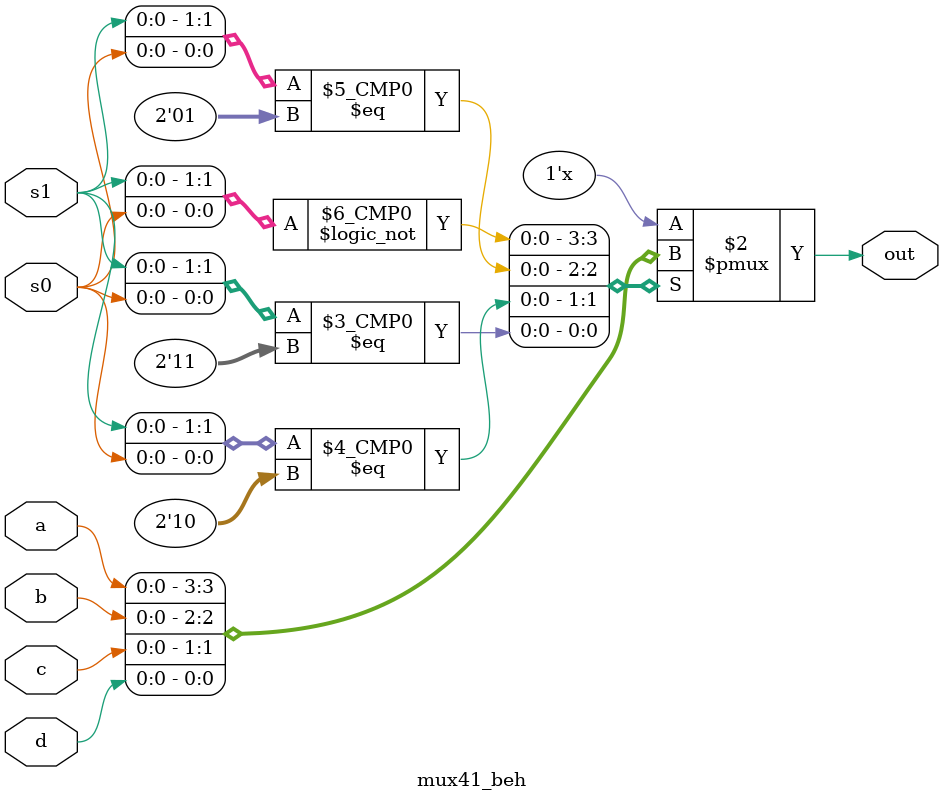
<source format=v>
module mux41_beh(input a,b,c,d,s1,s0,output reg out);
always @(*)
begin
case({s1,s0})
2'b00 :out=a;
2'b01 :out=b;
2'b10 : out=c;
2'b11 : out=d;
default: out=1'bx;
endcase
end
endmodule
</source>
